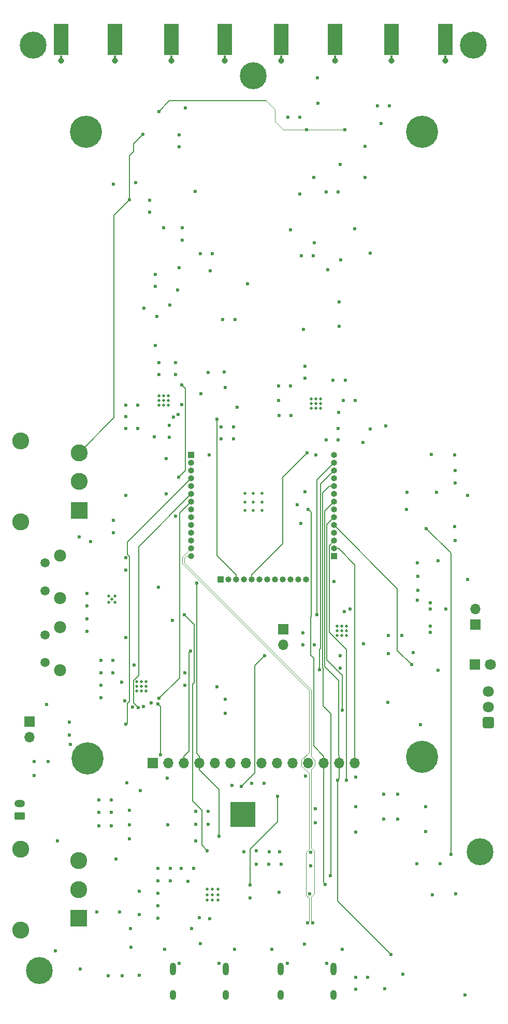
<source format=gbr>
%TF.GenerationSoftware,KiCad,Pcbnew,8.0.7*%
%TF.CreationDate,2025-02-17T14:25:55+00:00*%
%TF.ProjectId,PCB V3.1,50434220-5633-42e3-912e-6b696361645f,rev?*%
%TF.SameCoordinates,Original*%
%TF.FileFunction,Copper,L4,Bot*%
%TF.FilePolarity,Positive*%
%FSLAX46Y46*%
G04 Gerber Fmt 4.6, Leading zero omitted, Abs format (unit mm)*
G04 Created by KiCad (PCBNEW 8.0.7) date 2025-02-17 14:25:55*
%MOMM*%
%LPD*%
G01*
G04 APERTURE LIST*
G04 Aperture macros list*
%AMRoundRect*
0 Rectangle with rounded corners*
0 $1 Rounding radius*
0 $2 $3 $4 $5 $6 $7 $8 $9 X,Y pos of 4 corners*
0 Add a 4 corners polygon primitive as box body*
4,1,4,$2,$3,$4,$5,$6,$7,$8,$9,$2,$3,0*
0 Add four circle primitives for the rounded corners*
1,1,$1+$1,$2,$3*
1,1,$1+$1,$4,$5*
1,1,$1+$1,$6,$7*
1,1,$1+$1,$8,$9*
0 Add four rect primitives between the rounded corners*
20,1,$1+$1,$2,$3,$4,$5,0*
20,1,$1+$1,$4,$5,$6,$7,0*
20,1,$1+$1,$6,$7,$8,$9,0*
20,1,$1+$1,$8,$9,$2,$3,0*%
G04 Aperture macros list end*
%TA.AperFunction,ComponentPad*%
%ADD10C,0.700000*%
%TD*%
%TA.AperFunction,ComponentPad*%
%ADD11C,4.400000*%
%TD*%
%TA.AperFunction,ComponentPad*%
%ADD12C,0.500000*%
%TD*%
%TA.AperFunction,ComponentPad*%
%ADD13C,1.515000*%
%TD*%
%TA.AperFunction,ComponentPad*%
%ADD14C,1.980000*%
%TD*%
%TA.AperFunction,ComponentPad*%
%ADD15R,1.000000X1.000000*%
%TD*%
%TA.AperFunction,ComponentPad*%
%ADD16O,1.000000X1.000000*%
%TD*%
%TA.AperFunction,ComponentPad*%
%ADD17RoundRect,0.250200X0.649800X-0.649800X0.649800X0.649800X-0.649800X0.649800X-0.649800X-0.649800X0*%
%TD*%
%TA.AperFunction,ComponentPad*%
%ADD18C,1.800000*%
%TD*%
%TA.AperFunction,ComponentPad*%
%ADD19O,1.000000X2.100000*%
%TD*%
%TA.AperFunction,ComponentPad*%
%ADD20O,1.000000X1.600000*%
%TD*%
%TA.AperFunction,ComponentPad*%
%ADD21R,1.700000X1.700000*%
%TD*%
%TA.AperFunction,ComponentPad*%
%ADD22O,1.700000X1.700000*%
%TD*%
%TA.AperFunction,ComponentPad*%
%ADD23C,0.800000*%
%TD*%
%TA.AperFunction,ComponentPad*%
%ADD24C,5.250000*%
%TD*%
%TA.AperFunction,HeatsinkPad*%
%ADD25R,4.100000X4.100000*%
%TD*%
%TA.AperFunction,SMDPad,CuDef*%
%ADD26R,2.420000X5.080000*%
%TD*%
%TA.AperFunction,SMDPad,CuDef*%
%ADD27R,0.460000X0.950000*%
%TD*%
%TA.AperFunction,ComponentPad*%
%ADD28C,0.970000*%
%TD*%
%TA.AperFunction,ComponentPad*%
%ADD29R,1.800000X1.800000*%
%TD*%
%TA.AperFunction,ComponentPad*%
%ADD30RoundRect,0.250000X0.625000X-0.350000X0.625000X0.350000X-0.625000X0.350000X-0.625000X-0.350000X0*%
%TD*%
%TA.AperFunction,ComponentPad*%
%ADD31O,1.750000X1.200000*%
%TD*%
%TA.AperFunction,ComponentPad*%
%ADD32R,2.775000X2.775000*%
%TD*%
%TA.AperFunction,ComponentPad*%
%ADD33C,2.775000*%
%TD*%
%TA.AperFunction,ViaPad*%
%ADD34C,0.600000*%
%TD*%
%TA.AperFunction,Conductor*%
%ADD35C,0.150000*%
%TD*%
%TA.AperFunction,Conductor*%
%ADD36C,0.101600*%
%TD*%
G04 APERTURE END LIST*
D10*
%TO.P,H1,1,1*%
%TO.N,GND*%
X66473500Y-178487200D03*
X66956774Y-177320474D03*
X66956774Y-179653926D03*
X68123500Y-176837200D03*
D11*
X68123500Y-178487200D03*
D10*
X68123500Y-180137200D03*
X69290226Y-177320474D03*
X69290226Y-179653926D03*
X69773500Y-178487200D03*
%TD*%
D12*
%TO.P,IC4,21,THERMAL_PAD*%
%TO.N,GND*%
X116834500Y-122312200D03*
X116834500Y-123074200D03*
X116834500Y-123836200D03*
X117596500Y-122312200D03*
X117596500Y-123074200D03*
X117596500Y-123836200D03*
X118358500Y-122312200D03*
X118358500Y-123074200D03*
X118358500Y-123836200D03*
%TD*%
%TO.P,IC6,21,GND_3(EPAD)*%
%TO.N,GND*%
X112643500Y-86752200D03*
X113405500Y-86752200D03*
X114167500Y-86752200D03*
X112643500Y-85990200D03*
X113405500Y-85990200D03*
X114167500Y-85990200D03*
X112643500Y-85228200D03*
X113405500Y-85228200D03*
X114167500Y-85228200D03*
%TD*%
D13*
%TO.P,RESET1,1,COM*%
%TO.N,/EN{slash}RESET*%
X69082500Y-111986200D03*
%TO.P,RESET1,2,NO*%
%TO.N,GND*%
X69082500Y-116486200D03*
D14*
%TO.P,RESET1,MH1,MH1*%
X71572500Y-110731200D03*
%TO.P,RESET1,MH2,MH2*%
X71572500Y-117741200D03*
%TD*%
D15*
%TO.P,J10,1,Pin_1*%
%TO.N,/IO0*%
X116326500Y-110882200D03*
D16*
%TO.P,J10,2,Pin_2*%
%TO.N,/GPIO35_SCREEN_T_IRQ*%
X116326500Y-109612200D03*
%TO.P,J10,3,Pin_3*%
%TO.N,/GPIO36_SCREEN_T_CS*%
X116326500Y-108342200D03*
%TO.P,J10,4,Pin_4*%
%TO.N,/GPIO37_IR_RECEIVER*%
X116326500Y-107072200D03*
%TO.P,J10,5,Pin_5*%
%TO.N,/GPIO38_IR_LED*%
X116326500Y-105802200D03*
%TO.P,J10,6,Pin_6*%
%TO.N,/GPIO39_HSPI_SCK*%
X116326500Y-104532200D03*
%TO.P,J10,7,Pin_7*%
%TO.N,/GPIO40_HSPI_MOSI*%
X116326500Y-103262200D03*
%TO.P,J10,8,Pin_8*%
%TO.N,/GPIO41_HSPI_MISO*%
X116326500Y-101992200D03*
%TO.P,J10,9,Pin_9*%
%TO.N,/GPIO42_SD_CARD_CS*%
X116326500Y-100722200D03*
%TO.P,J10,10,Pin_10*%
%TO.N,/RX*%
X116326500Y-99452200D03*
%TO.P,J10,11,Pin_11*%
%TO.N,/TX*%
X116326500Y-98182200D03*
%TO.P,J10,12,Pin_12*%
%TO.N,/GPIO2_SCREEN_D{slash}C*%
X116326500Y-96912200D03*
%TO.P,J10,13,Pin_13*%
%TO.N,/GPIO1_SCREEN_CS*%
X116326500Y-95642200D03*
%TO.P,J10,14,Pin_14*%
%TO.N,GND*%
X116326500Y-94372200D03*
%TD*%
D17*
%TO.P,U5,1,OUT*%
%TO.N,/GPIO37_IR_RECEIVER*%
X141598500Y-138060200D03*
D18*
%TO.P,U5,2,GND*%
%TO.N,GND*%
X141598500Y-135520200D03*
%TO.P,U5,3,Vs*%
%TO.N,+3V3*%
X141598500Y-132980200D03*
%TD*%
D12*
%TO.P,U6,25,GND*%
%TO.N,GND*%
X95562500Y-165206200D03*
X95562500Y-166095200D03*
X95562500Y-166984200D03*
X96451500Y-165206200D03*
X96451500Y-166095200D03*
X96451500Y-166984200D03*
X97340500Y-165206200D03*
X97340500Y-166095200D03*
X97340500Y-166984200D03*
%TD*%
D19*
%TO.P,USB_OTG1,S1,SHIELD*%
%TO.N,GND*%
X107623500Y-178257200D03*
D20*
X107623500Y-182437200D03*
D19*
X116263500Y-178257200D03*
D20*
X116263500Y-182437200D03*
%TD*%
D19*
%TO.P,USB_UART1,S1,SHIELD*%
%TO.N,GND*%
X89983500Y-178257200D03*
D20*
X89983500Y-182437200D03*
D19*
X98623500Y-178257200D03*
D20*
X98623500Y-182437200D03*
%TD*%
D21*
%TO.P,SCREEN1,1,VCC*%
%TO.N,+3V3*%
X86742400Y-144619700D03*
D22*
%TO.P,SCREEN1,2,GND*%
%TO.N,GND*%
X89282400Y-144619700D03*
%TO.P,SCREEN1,3,CS*%
%TO.N,/GPIO1_SCREEN_CS*%
X91822400Y-144619700D03*
%TO.P,SCREEN1,4,RESET*%
%TO.N,/EN{slash}RESET*%
X94362400Y-144619700D03*
%TO.P,SCREEN1,5,DC/RS*%
%TO.N,/GPIO2_SCREEN_D{slash}C*%
X96902400Y-144619700D03*
%TO.P,SCREEN1,6,SDI(MOSI)*%
%TO.N,/GPIO40_HSPI_MOSI*%
X99442400Y-144619700D03*
%TO.P,SCREEN1,7,SCK*%
%TO.N,/GPIO39_HSPI_SCK*%
X101982400Y-144619700D03*
%TO.P,SCREEN1,8,LED*%
%TO.N,+3V3*%
X104522400Y-144619700D03*
%TO.P,SCREEN1,9,SDO(MISO)*%
%TO.N,unconnected-(SCREEN1-SDO(MISO)-Pad9)*%
X107062400Y-144619700D03*
%TO.P,SCREEN1,10,T_CLK*%
%TO.N,/GPIO39_HSPI_SCK*%
X109602400Y-144619700D03*
%TO.P,SCREEN1,11,T_CS*%
%TO.N,/GPIO36_SCREEN_T_CS*%
X112142400Y-144619700D03*
%TO.P,SCREEN1,12,T_DIN*%
%TO.N,/GPIO40_HSPI_MOSI*%
X114682400Y-144619700D03*
%TO.P,SCREEN1,13,T_DO*%
%TO.N,/GPIO41_HSPI_MISO*%
X117222400Y-144619700D03*
%TO.P,SCREEN1,14,T_IRQ*%
%TO.N,/GPIO35_SCREEN_T_IRQ*%
X119762400Y-144619700D03*
D23*
%TO.P,SCREEN1,15,MH*%
%TO.N,GND*%
X73652400Y-41579700D03*
X73906400Y-143873700D03*
X74414400Y-39882644D03*
X74414400Y-43276756D03*
X74668400Y-142176644D03*
X74668400Y-145570756D03*
X75802400Y-39499700D03*
D24*
X75802400Y-41579700D03*
D23*
X75802400Y-43817700D03*
X76056400Y-141793700D03*
D24*
X76056400Y-143873700D03*
D23*
X76056400Y-146111700D03*
X77208400Y-39882644D03*
X77208400Y-43276756D03*
X77462400Y-142176644D03*
X77462400Y-145570756D03*
X77970400Y-41579700D03*
X78224400Y-143873700D03*
X128552400Y-41579700D03*
X128552400Y-143619700D03*
X129314400Y-39882644D03*
X129314400Y-43276756D03*
X129314400Y-141922644D03*
X129314400Y-145316756D03*
X130702400Y-39499700D03*
D24*
X130702400Y-41579700D03*
D23*
X130702400Y-43817700D03*
X130702400Y-141539700D03*
D24*
X130702400Y-143619700D03*
D23*
X130702400Y-145857700D03*
X132108400Y-39882644D03*
X132108400Y-43276756D03*
X132108400Y-141922644D03*
X132108400Y-145316756D03*
X132870400Y-41579700D03*
X132870400Y-143619700D03*
%TD*%
D10*
%TO.P,H3,1,1*%
%TO.N,GND*%
X65473500Y-27487200D03*
X65956774Y-26320474D03*
X65956774Y-28653926D03*
X67123500Y-25837200D03*
D11*
X67123500Y-27487200D03*
D10*
X67123500Y-29137200D03*
X68290226Y-26320474D03*
X68290226Y-28653926D03*
X68773500Y-27487200D03*
%TD*%
D12*
%TO.P,IC3,41,EPAD*%
%TO.N,GND*%
X99632500Y-154824200D03*
X100832500Y-154824200D03*
X102032500Y-154824200D03*
X103232500Y-154824200D03*
X100670500Y-153786200D03*
X102194500Y-153786200D03*
X99632500Y-153624200D03*
X103232500Y-153624200D03*
X101432500Y-153024200D03*
D25*
X101432500Y-153024200D03*
D12*
X99632500Y-152424200D03*
X103232500Y-152424200D03*
X100670500Y-152262200D03*
X102194500Y-152262200D03*
X99632500Y-151224200D03*
X100832500Y-151224200D03*
X102032500Y-151224200D03*
X103232500Y-151224200D03*
%TD*%
D26*
%TO.P,AE7,2*%
%TO.N,N/C*%
X98503500Y-26557200D03*
X89743500Y-26557200D03*
D27*
X98503500Y-29547200D03*
X89743500Y-29547200D03*
D28*
X98503500Y-29997200D03*
X89743500Y-29997200D03*
%TD*%
D29*
%TO.P,D4,1,K*%
%TO.N,Net-(D4-K)*%
X139348500Y-128520200D03*
D18*
%TO.P,D4,2,A*%
%TO.N,+3V3*%
X141888500Y-128520200D03*
%TD*%
D10*
%TO.P,H2,1,1*%
%TO.N,GND*%
X138552500Y-159142200D03*
X139035774Y-157975474D03*
X139035774Y-160308926D03*
X140202500Y-157492200D03*
D11*
X140202500Y-159142200D03*
D10*
X140202500Y-160792200D03*
X141369226Y-157975474D03*
X141369226Y-160308926D03*
X141852500Y-159142200D03*
%TD*%
D30*
%TO.P,JSTPH1,1,Pin_1*%
%TO.N,GND*%
X64987000Y-153273000D03*
D31*
%TO.P,JSTPH1,2,Pin_2*%
%TO.N,+V_BAT*%
X64987000Y-151273000D03*
%TD*%
D21*
%TO.P,J1,1,Pin_1*%
%TO.N,Net-(D1-K)*%
X66542500Y-137826200D03*
D22*
%TO.P,J1,2,Pin_2*%
%TO.N,Net-(D1-A)*%
X66542500Y-140366200D03*
%TD*%
D12*
%TO.P,U10,21,GND*%
%TO.N,GND*%
X84100500Y-132885700D03*
X84862500Y-132885700D03*
X85624500Y-132885700D03*
X84100500Y-132123700D03*
X84862500Y-132123700D03*
X85624500Y-132123700D03*
X84100500Y-131361700D03*
X84862500Y-131361700D03*
X85624500Y-131361700D03*
%TD*%
D26*
%TO.P,AE1,2*%
%TO.N,N/C*%
X80503500Y-26557200D03*
X71743500Y-26557200D03*
D27*
X80503500Y-29547200D03*
X71743500Y-29547200D03*
D28*
X80503500Y-29997200D03*
X71743500Y-29997200D03*
%TD*%
D13*
%TO.P,BOOT1,1,COM*%
%TO.N,/IO0*%
X69082500Y-123741200D03*
%TO.P,BOOT1,2,NO*%
%TO.N,GND*%
X69082500Y-128241200D03*
D14*
%TO.P,BOOT1,MH1,MH1*%
X71572500Y-122486200D03*
%TO.P,BOOT1,MH2,MH2*%
X71572500Y-129496200D03*
%TD*%
D26*
%TO.P,AE3,2*%
%TO.N,N/C*%
X134503500Y-26557200D03*
X125743500Y-26557200D03*
D27*
X134503500Y-29547200D03*
X125743500Y-29547200D03*
D28*
X134503500Y-29997200D03*
X125743500Y-29997200D03*
%TD*%
D10*
%TO.P,H5,1,1*%
%TO.N,GND*%
X101473500Y-32487200D03*
X101956774Y-31320474D03*
X101956774Y-33653926D03*
X103123500Y-30837200D03*
D11*
X103123500Y-32487200D03*
D10*
X103123500Y-34137200D03*
X104290226Y-31320474D03*
X104290226Y-33653926D03*
X104773500Y-32487200D03*
%TD*%
D32*
%TO.P,ANT_SW1,1,NC*%
%TO.N,unconnected-(ANT_SW1-NC-Pad1)*%
X74653500Y-103392200D03*
D33*
%TO.P,ANT_SW1,2,IN*%
%TO.N,+3V3*%
X74653500Y-98692200D03*
%TO.P,ANT_SW1,3,OUT*%
%TO.N,/ANT_SWITCH_OUT*%
X74653500Y-93992200D03*
%TO.P,ANT_SW1,MH1,MH1*%
%TO.N,GND*%
X65123500Y-105297200D03*
%TO.P,ANT_SW1,MH2,MH2*%
X65123500Y-92087200D03*
%TD*%
D10*
%TO.P,H4,1,1*%
%TO.N,GND*%
X137473500Y-27487200D03*
X137956774Y-26320474D03*
X137956774Y-28653926D03*
X139123500Y-25837200D03*
D11*
X139123500Y-27487200D03*
D10*
X139123500Y-29137200D03*
X140290226Y-26320474D03*
X140290226Y-28653926D03*
X140773500Y-27487200D03*
%TD*%
D21*
%TO.P,J2,1,Pin_1*%
%TO.N,/C2+*%
X108077000Y-122804000D03*
D22*
%TO.P,J2,2,Pin_2*%
%TO.N,/C2-*%
X108077000Y-125344000D03*
%TD*%
D21*
%TO.P,J6,1,Pin_1*%
%TO.N,Net-(IC5-COM)*%
X139440500Y-122063200D03*
D22*
%TO.P,J6,2,Pin_2*%
%TO.N,Net-(IC7-COM)*%
X139440500Y-119523200D03*
%TD*%
D15*
%TO.P,J8,1,Pin_1*%
%TO.N,GND*%
X92958500Y-94372200D03*
D16*
%TO.P,J8,2,Pin_2*%
%TO.N,+3V3*%
X92958500Y-95642200D03*
%TO.P,J8,3,Pin_3*%
%TO.N,/EN{slash}RESET*%
X92958500Y-96912200D03*
%TO.P,J8,4,Pin_4*%
%TO.N,/GPIO4_ADC1_3_BAT\u0025*%
X92958500Y-98182200D03*
%TO.P,J8,5,Pin_5*%
%TO.N,/GPIO5_NRF24_CE*%
X92958500Y-99452200D03*
%TO.P,J8,6,Pin_6*%
%TO.N,/GPIO6_NRF24_CSN*%
X92958500Y-100722200D03*
%TO.P,J8,7,Pin_7*%
%TO.N,/GPIO7_NRF24_IRQ*%
X92958500Y-101992200D03*
%TO.P,J8,8,Pin_8*%
%TO.N,/GPIO15_VSPI_MISO*%
X92958500Y-103262200D03*
%TO.P,J8,9,Pin_9*%
%TO.N,/GPIO16_VSPI_MOSI*%
X92958500Y-104532200D03*
%TO.P,J8,10,Pin_10*%
%TO.N,/GPIO17_VSPI_SCK*%
X92958500Y-105802200D03*
%TO.P,J8,11,Pin_11*%
%TO.N,/GPIO18_VIBRO*%
X92958500Y-107072200D03*
%TO.P,J8,12,Pin_12*%
%TO.N,/GPIO8_CC1101A_CS*%
X92958500Y-108342200D03*
%TO.P,J8,13,Pin_13*%
%TO.N,/D-*%
X92958500Y-109612200D03*
%TO.P,J8,14,Pin_14*%
%TO.N,/D+*%
X92958500Y-110882200D03*
%TD*%
D12*
%TO.P,IC2,21,GND_3(EPAD)*%
%TO.N,GND*%
X89275500Y-86244200D03*
X89275500Y-85482200D03*
X89275500Y-84720200D03*
X88513500Y-86244200D03*
X88513500Y-85482200D03*
X88513500Y-84720200D03*
X87751500Y-86244200D03*
X87751500Y-85482200D03*
X87751500Y-84720200D03*
%TD*%
%TO.P,U12,17,GND*%
%TO.N,GND*%
X79508500Y-118426000D03*
X80524500Y-118426000D03*
X80016500Y-117918000D03*
X79508500Y-117410000D03*
X80524500Y-117410000D03*
%TD*%
%TO.P,U9,41,GND*%
%TO.N,GND*%
X103147500Y-102035200D03*
%TO.P,U9,42,GND*%
X101747500Y-100635200D03*
%TO.P,U9,43,GND*%
X101747500Y-102035200D03*
%TO.P,U9,44,GND*%
X101747500Y-103435200D03*
%TO.P,U9,45,GND*%
X103147500Y-103435200D03*
%TO.P,U9,46,GND*%
X104547500Y-103435200D03*
%TO.P,U9,47,GND*%
X104547500Y-102035200D03*
%TO.P,U9,48,GND*%
X104547500Y-100635200D03*
%TO.P,U9,49,GND*%
X103147500Y-100635200D03*
%TD*%
D32*
%TO.P,PWR_SW1,1,NC*%
%TO.N,unconnected-(PWR_SW1-NC-Pad1)*%
X74623500Y-169987200D03*
D33*
%TO.P,PWR_SW1,2,IN*%
%TO.N,+V_BAT*%
X74623500Y-165287200D03*
%TO.P,PWR_SW1,3,OUT*%
%TO.N,Net-(PWR_SW1-OUT)*%
X74623500Y-160587200D03*
%TO.P,PWR_SW1,MH1,MH1*%
%TO.N,GND*%
X65093500Y-171892200D03*
%TO.P,PWR_SW1,MH2,MH2*%
X65093500Y-158682200D03*
%TD*%
D15*
%TO.P,J9,1,Pin_1*%
%TO.N,/GPIO3_CC1101B_CS*%
X97784500Y-114692200D03*
D16*
%TO.P,J9,2,Pin_2*%
%TO.N,/ESP32_PIN16_DNC*%
X99054500Y-114692200D03*
%TO.P,J9,3,Pin_3*%
%TO.N,/GPIO9_CC1101A_GD0*%
X100324500Y-114692200D03*
%TO.P,J9,4,Pin_4*%
%TO.N,/GPIO10_CC1101A_CTRL*%
X101594500Y-114692200D03*
%TO.P,J9,5,Pin_5*%
%TO.N,/GPIO11_CC1101B_GD0*%
X102864500Y-114692200D03*
%TO.P,J9,6,Pin_6*%
%TO.N,/GPIO12_CC1101B_CTRL*%
X104134500Y-114692200D03*
%TO.P,J9,7,Pin_7*%
%TO.N,/GPIO13_RDM630_CTRL*%
X105404500Y-114692200D03*
%TO.P,J9,8,Pin_8*%
%TO.N,/GPIO14_RDM630_TX*%
X106674500Y-114692200D03*
%TO.P,J9,9,Pin_9*%
%TO.N,/GPIO21_RDM630_RX*%
X107944500Y-114692200D03*
%TO.P,J9,10,Pin_10*%
%TO.N,/GPIO47_RDM630_EMULATION*%
X109214500Y-114692200D03*
%TO.P,J9,11,Pin_11*%
%TO.N,/GPIO48_PN532_CS*%
X110484500Y-114692200D03*
%TO.P,J9,12,Pin_12*%
%TO.N,/ESP32_PIN26_DNC*%
X111754500Y-114692200D03*
%TD*%
D26*
%TO.P,AE5,2*%
%TO.N,N/C*%
X116503500Y-26557200D03*
X107743500Y-26557200D03*
D27*
X116503500Y-29547200D03*
X107743500Y-29547200D03*
D28*
X116503500Y-29997200D03*
X107743500Y-29997200D03*
%TD*%
D34*
%TO.N,GND*%
X79941500Y-154897500D03*
X121047500Y-92340200D03*
X91974000Y-129932500D03*
X87761500Y-79261500D03*
X78215000Y-133996500D03*
X69606500Y-144410500D03*
X117707500Y-175017500D03*
X108794000Y-39243000D03*
X112531500Y-161389500D03*
X105647500Y-161135500D03*
X87116500Y-76508200D03*
X83697500Y-128623500D03*
X107401500Y-87895200D03*
X74654500Y-107707500D03*
X136138500Y-96912500D03*
X137773500Y-182466000D03*
X128223500Y-103262500D03*
X80237000Y-107072500D03*
X113665000Y-32766000D03*
X82173500Y-134465500D03*
X113030000Y-49034500D03*
X100054500Y-175017500D03*
X113751000Y-36957000D03*
X81719500Y-179324500D03*
X90805000Y-67437000D03*
X87540000Y-169905500D03*
X87540000Y-161777500D03*
X133344500Y-111605500D03*
X73105500Y-140092500D03*
X86233000Y-54696000D03*
X86989500Y-91412500D03*
X131312500Y-151728500D03*
X87540000Y-163809500D03*
X78215000Y-129932500D03*
X104917500Y-147966500D03*
X82341500Y-90015500D03*
X124835500Y-89567700D03*
X119882500Y-151781500D03*
X107389500Y-165707500D03*
X124454500Y-153786500D03*
X82312000Y-100976500D03*
X84513500Y-165565500D03*
X122301000Y-61362500D03*
X124454500Y-149749500D03*
X85233000Y-70369200D03*
X83947000Y-49911000D03*
X75940500Y-123095500D03*
X77909500Y-154897500D03*
X84513500Y-179287500D03*
X113157000Y-59711500D03*
X97921500Y-89802500D03*
X116326500Y-115032500D03*
X83189500Y-174724500D03*
X124079000Y-40259000D03*
X133731000Y-161039000D03*
X119761000Y-57425500D03*
X136101500Y-94372200D03*
X129921000Y-161039000D03*
X94492500Y-174089500D03*
X111246500Y-125319200D03*
X125435000Y-37338000D03*
X89402500Y-91498500D03*
X126740500Y-149749500D03*
X90418500Y-79261500D03*
X84513500Y-169375500D03*
X129301500Y-126630500D03*
X98419500Y-80783200D03*
X95805500Y-80917200D03*
X117053000Y-51435000D03*
X87116500Y-64910500D03*
X98578000Y-134250500D03*
X113397500Y-94315200D03*
X82887500Y-152365500D03*
X91053500Y-177342500D03*
X113157000Y-125319200D03*
X89085500Y-147045500D03*
X73055500Y-137903500D03*
X103641500Y-161135500D03*
X138175500Y-114692500D03*
X111039000Y-61849000D03*
X97553500Y-177342500D03*
X119882500Y-146955500D03*
X82312000Y-113168500D03*
X93615000Y-51319200D03*
X118159500Y-82180200D03*
X81665500Y-131417500D03*
X119882500Y-179630500D03*
X124623500Y-181466000D03*
X127613500Y-179066000D03*
X87608500Y-115962500D03*
X128285500Y-100468500D03*
X107274500Y-83069200D03*
X115193500Y-177342500D03*
X111627500Y-79896500D03*
X92075000Y-37719000D03*
X82306500Y-124111500D03*
X117006500Y-90015500D03*
X122274500Y-90068200D03*
X132044500Y-123262500D03*
X91552500Y-57288200D03*
X88513500Y-57288200D03*
X88904500Y-100659500D03*
X131312500Y-155808500D03*
X87540000Y-165841500D03*
X117475000Y-62484000D03*
X108693500Y-177342500D03*
X84646000Y-149077500D03*
X138163500Y-100976500D03*
X130026500Y-116470500D03*
X67304500Y-144410500D03*
X102196000Y-66394500D03*
X136113500Y-98944500D03*
X106198500Y-175017500D03*
X87376000Y-71755000D03*
X82481500Y-147807500D03*
X70776000Y-175239500D03*
X82341500Y-86205500D03*
X130448500Y-138328500D03*
X78252500Y-131964500D03*
X111510500Y-174216500D03*
X71114500Y-157364500D03*
X75940500Y-116956500D03*
X133090500Y-100468500D03*
X109220000Y-57552500D03*
X121421000Y-49013000D03*
X91974000Y-131964500D03*
X87540000Y-167873500D03*
X107249500Y-85482200D03*
X74861500Y-178221500D03*
X95752500Y-152516500D03*
X115316000Y-64135000D03*
X93720500Y-157364500D03*
X98546500Y-83323200D03*
X117047500Y-91920500D03*
X80237000Y-105040500D03*
X82341500Y-88110500D03*
X133344500Y-129462500D03*
X132044500Y-119452500D03*
X103641500Y-158976500D03*
X91059000Y-63754000D03*
X136079500Y-106056500D03*
X117215500Y-73311700D03*
X94578500Y-84339200D03*
X132245500Y-94245200D03*
X110766500Y-51793500D03*
X96100000Y-64319500D03*
X121882500Y-179630500D03*
X82312000Y-111136500D03*
X121433000Y-43933000D03*
X117215500Y-69374700D03*
X127405500Y-123770500D03*
X117358500Y-129170500D03*
X136138500Y-108342500D03*
X88656500Y-175017500D03*
X136271000Y-165989000D03*
X98578000Y-136536500D03*
X119810500Y-85482200D03*
X126740500Y-153786500D03*
X113288500Y-154404500D03*
X93720500Y-152516500D03*
X91540000Y-59320200D03*
X113309500Y-152118500D03*
X98132000Y-72258000D03*
X117348000Y-46959500D03*
X96438000Y-61468000D03*
X125148500Y-134758500D03*
X91059000Y-44028000D03*
X111383500Y-73886500D03*
X100164000Y-72258000D03*
X99953500Y-89802500D03*
X77888000Y-152633500D03*
X119882500Y-155861500D03*
X89535000Y-69850000D03*
X130010500Y-111952500D03*
X77888000Y-150601500D03*
X134644500Y-119452500D03*
X95897500Y-94315200D03*
X80264000Y-50165000D03*
X112531500Y-159230500D03*
X79433500Y-179324500D03*
X78215000Y-127900500D03*
%TO.N,+3V3*%
X87761500Y-81211500D03*
X84291500Y-86205500D03*
X90418500Y-81211500D03*
X94488000Y-61468000D03*
X115097500Y-91920500D03*
X132044500Y-122312500D03*
X115103000Y-51435000D03*
X102843500Y-147966500D03*
X121162500Y-125194500D03*
X110744000Y-39243000D03*
X79900500Y-150601500D03*
X93720500Y-154591500D03*
X86233000Y-52746000D03*
X80227500Y-127900500D03*
X117358500Y-127138500D03*
X119882500Y-181580500D03*
X88904500Y-94896200D03*
X67304500Y-146696500D03*
X107721500Y-161135500D03*
X111627500Y-81846500D03*
X80227500Y-129932500D03*
X84291500Y-90015500D03*
X111246500Y-123369200D03*
X82887500Y-154665500D03*
X87116500Y-66860500D03*
X75940500Y-121083500D03*
X95752500Y-154591500D03*
X109351500Y-87895200D03*
X109224500Y-83069200D03*
X79900500Y-152633500D03*
X89187500Y-154665500D03*
X91059000Y-42078000D03*
X107430500Y-159103500D03*
X69311500Y-135028500D03*
X97921500Y-91752500D03*
X117860500Y-85482200D03*
X116209500Y-82180200D03*
X123485000Y-37338000D03*
X112344500Y-165961500D03*
X99953500Y-91752500D03*
X112989000Y-61849000D03*
X75940500Y-118969500D03*
X132044500Y-118502500D03*
X89402500Y-89548500D03*
%TO.N,+5V*%
X130026500Y-114184500D03*
X80690800Y-160253500D03*
X82887500Y-156965500D03*
X83062500Y-171676500D03*
X125216500Y-126796500D03*
X93095500Y-171676500D03*
%TO.N,+3.3VA*%
X89552500Y-161777500D03*
X91387500Y-161777500D03*
X89552500Y-163809500D03*
%TO.N,/IO0*%
X91902200Y-120405700D03*
X95616600Y-158900500D03*
%TO.N,/EN{slash}RESET*%
X93928000Y-115249100D03*
X97533400Y-156560000D03*
%TO.N,/GPIO48_PN532_CS*%
X101223500Y-148435500D03*
X105033500Y-127099500D03*
%TO.N,/GPIO40_HSPI_MOSI*%
X87559200Y-134981900D03*
X112125400Y-103231600D03*
X114913200Y-164419500D03*
X90128200Y-88151700D03*
X88012400Y-143282200D03*
X132461000Y-166116000D03*
%TO.N,/GPIO41_HSPI_MISO*%
X125656800Y-175841200D03*
X91446500Y-86104000D03*
X99699500Y-148232700D03*
X116944300Y-147389800D03*
X86414500Y-134773500D03*
%TO.N,/GPIO39_HSPI_SCK*%
X85161200Y-135416000D03*
X90886200Y-87764900D03*
X117663700Y-135983000D03*
%TO.N,/GPIO8_CC1101A_CS*%
X90428500Y-104366500D03*
X90936500Y-98016500D03*
X91444500Y-82903500D03*
%TO.N,/GPIO17_VSPI_SCK*%
X110933800Y-105479700D03*
%TO.N,/GPIO15_VSPI_MISO*%
X111562700Y-100345300D03*
%TO.N,/GPIO16_VSPI_MOSI*%
X110292000Y-102494500D03*
%TO.N,/GPIO3_CC1101B_CS*%
X100498100Y-86529100D03*
X117091800Y-87355700D03*
%TO.N,/GPIO21_RDM630_RX*%
X118922500Y-119455700D03*
%TO.N,/GPIO14_RDM630_TX*%
X118061000Y-119874000D03*
%TO.N,/GPIO13_RDM630_CTRL*%
X129965300Y-118042100D03*
%TO.N,/GPIO18_VIBRO*%
X76568500Y-108464900D03*
%TO.N,/GPIO4_ADC1_3_BAT\u0025*%
X73239300Y-141605000D03*
X82338900Y-138316900D03*
%TO.N,/GPIO5_NRF24_CE*%
X89920500Y-121384500D03*
X83443500Y-135481500D03*
%TO.N,/GPIO11_CC1101B_GD0*%
X111927500Y-94030800D03*
%TO.N,/GPIO6_NRF24_CSN*%
X84332500Y-135541500D03*
%TO.N,/GPIO9_CC1101A_GD0*%
X97196900Y-88478000D03*
%TO.N,/GPIO7_NRF24_IRQ*%
X87754600Y-134078300D03*
%TO.N,/GPIO1_SCREEN_CS*%
X113538000Y-120399000D03*
X92904900Y-126376100D03*
%TO.N,/GPIO47_RDM630_EMULATION*%
X125213900Y-123821300D03*
%TO.N,/GPIO42_SD_CARD_CS*%
X135467400Y-159512000D03*
X131435100Y-106322700D03*
%TO.N,/GPIO36_SCREEN_T_CS*%
X111713000Y-146745000D03*
X118340000Y-147443300D03*
%TO.N,/GPIO2_SCREEN_D{slash}C*%
X113973300Y-129363400D03*
X97196900Y-132189000D03*
%TO.N,/GPIO38_IR_LED*%
X128997100Y-128559800D03*
%TO.N,Net-(U6-~{RST})*%
X93387500Y-161777500D03*
X96016500Y-170025500D03*
%TO.N,/RX*%
X102614500Y-166684500D03*
X115767300Y-163000100D03*
%TO.N,/TX*%
X102604500Y-164564500D03*
X107097500Y-150025900D03*
%TO.N,Net-(U6-D-)*%
X94365500Y-169898500D03*
X92460500Y-163929500D03*
%TO.N,/D+*%
X112882500Y-170688500D03*
%TO.N,/D-*%
X112032500Y-170688500D03*
%TO.N,Net-(IC1-VIN)*%
X77583500Y-168889200D03*
%TO.N,Net-(IC3-TVDD)*%
X101567000Y-159103500D03*
X105795500Y-159103500D03*
%TO.N,Net-(IC1-SW)*%
X81283500Y-168889200D03*
%TO.N,/ANT_SWITCH_OUT*%
X82935500Y-52649900D03*
X87693500Y-38290500D03*
X85090000Y-42037000D03*
X118110000Y-41275000D03*
X111887000Y-41275000D03*
%TD*%
D35*
%TO.N,/IO0*%
X95616600Y-158900500D02*
X94763300Y-158047200D01*
X94763300Y-152340700D02*
X93229400Y-150806800D01*
X93481600Y-121985100D02*
X91902200Y-120405700D01*
X93229400Y-131723600D02*
X93481600Y-131471400D01*
X93229400Y-150806800D02*
X93229400Y-131723600D01*
X94763300Y-158047200D02*
X94763300Y-152340700D01*
X93481600Y-131471400D02*
X93481600Y-121985100D01*
%TO.N,/EN{slash}RESET*%
X94362400Y-145746400D02*
X97533400Y-148917400D01*
X94362400Y-145183000D02*
X94362400Y-145746400D01*
X97533400Y-148917400D02*
X97533400Y-156560000D01*
X93928000Y-143058600D02*
X93928000Y-115249100D01*
X94362400Y-144619700D02*
X94362400Y-143493000D01*
X94362400Y-143493000D02*
X93928000Y-143058600D01*
%TO.N,/GPIO48_PN532_CS*%
X101223500Y-148435500D02*
X103397400Y-146261600D01*
X103397400Y-128735600D02*
X105033500Y-127099500D01*
X103397400Y-146261600D02*
X103397400Y-128735600D01*
%TO.N,/GPIO40_HSPI_MOSI*%
X114913200Y-164419500D02*
X114682400Y-164188700D01*
X112125400Y-103231600D02*
X112585900Y-103692100D01*
X88012400Y-143282200D02*
X88012400Y-135435100D01*
X112585900Y-103692100D02*
X112585900Y-120736900D01*
X112585900Y-120736900D02*
X112524100Y-120798700D01*
X114682400Y-164188700D02*
X114682400Y-145183000D01*
X112524100Y-126981300D02*
X113045500Y-127502700D01*
X113045500Y-141856100D02*
X114682400Y-143493000D01*
X112524100Y-120798700D02*
X112524100Y-126981300D01*
X113045500Y-127502700D02*
X113045500Y-141856100D01*
X88012400Y-135435100D02*
X87559200Y-134981900D01*
X114682400Y-144619700D02*
X114682400Y-143493000D01*
%TO.N,/GPIO41_HSPI_MISO*%
X117222400Y-143493000D02*
X117087000Y-143357600D01*
X114835500Y-103483200D02*
X116326500Y-101992200D01*
X114832500Y-128909600D02*
X114832500Y-126249600D01*
X116944300Y-167119000D02*
X116944300Y-147389800D01*
X117222400Y-147111700D02*
X116944300Y-147389800D01*
X117087000Y-143357600D02*
X117087000Y-131164100D01*
X114832500Y-126249600D02*
X114835500Y-126246600D01*
X117087000Y-131164100D02*
X114832500Y-128909600D01*
X117222400Y-144619700D02*
X117222400Y-147111700D01*
X117222400Y-144619700D02*
X117222400Y-143493000D01*
X125656800Y-175841200D02*
X125656800Y-175831500D01*
X114835500Y-126246600D02*
X114835500Y-103483200D01*
X125656800Y-175831500D02*
X116944300Y-167119000D01*
%TO.N,/GPIO39_HSPI_SCK*%
X115187200Y-105671500D02*
X116326500Y-104532200D01*
X117663700Y-130291300D02*
X115187200Y-127814800D01*
X117663700Y-135983000D02*
X117663700Y-130291300D01*
X115187200Y-127814800D02*
X115187200Y-105671500D01*
%TO.N,/GPIO8_CC1101A_CS*%
X92079500Y-83538500D02*
X91444500Y-82903500D01*
X92079500Y-96873500D02*
X92079500Y-83538500D01*
X90936500Y-98016500D02*
X92079500Y-96873500D01*
%TO.N,/GPIO4_ADC1_3_BAT\u0025*%
X82554500Y-138101300D02*
X82338900Y-138316900D01*
X82887000Y-134565173D02*
X82554500Y-134897673D01*
X82554500Y-108586200D02*
X82554500Y-110565827D01*
X82554500Y-110565827D02*
X82887000Y-110898327D01*
X82554500Y-134897673D02*
X82554500Y-138101300D01*
X82887000Y-110898327D02*
X82887000Y-134565173D01*
X92958500Y-98182200D02*
X82554500Y-108586200D01*
%TO.N,/GPIO11_CC1101B_GD0*%
X107998400Y-108781600D02*
X107998400Y-97959900D01*
X107998400Y-97959900D02*
X111927500Y-94030800D01*
X102864500Y-113915500D02*
X107998400Y-108781600D01*
X102864500Y-114692200D02*
X102864500Y-113915500D01*
%TO.N,/GPIO6_NRF24_CSN*%
X84332500Y-135541500D02*
X83573800Y-134782800D01*
X84397800Y-109282900D02*
X92958500Y-100722200D01*
X83573800Y-131143500D02*
X84397700Y-130319600D01*
X84397700Y-130319600D02*
X84397800Y-130319600D01*
X84397800Y-130319600D02*
X84397800Y-109282900D01*
X83573800Y-134782800D02*
X83573800Y-131143500D01*
%TO.N,/GPIO9_CC1101A_GD0*%
X100324500Y-114692200D02*
X100324500Y-113915500D01*
X100324500Y-113915500D02*
X97196900Y-110787900D01*
X97196900Y-110787900D02*
X97196900Y-88478000D01*
%TO.N,/GPIO7_NRF24_IRQ*%
X91114000Y-130718900D02*
X91114000Y-103836700D01*
X87754600Y-134078300D02*
X91114000Y-130718900D01*
X91114000Y-103836700D02*
X92958500Y-101992200D01*
%TO.N,/GPIO1_SCREEN_CS*%
X91822400Y-144619700D02*
X91822400Y-143493000D01*
X92650100Y-142665300D02*
X91822400Y-143493000D01*
X92904900Y-126376100D02*
X92650100Y-126630900D01*
X113538000Y-98430700D02*
X116326500Y-95642200D01*
X113538000Y-120399000D02*
X113538000Y-98430700D01*
X92650100Y-126630900D02*
X92650100Y-142665300D01*
%TO.N,/GPIO35_SCREEN_T_IRQ*%
X117103200Y-109612200D02*
X119762400Y-112271400D01*
X116326500Y-109612200D02*
X117103200Y-109612200D01*
X119762400Y-112271400D02*
X119762400Y-144619700D01*
%TO.N,/GPIO42_SD_CARD_CS*%
X135467400Y-110355000D02*
X131435100Y-106322700D01*
X135467400Y-159512000D02*
X135467400Y-110355000D01*
%TO.N,/GPIO36_SCREEN_T_CS*%
X118340000Y-147443300D02*
X118349100Y-147434200D01*
X115538900Y-123285500D02*
X115538900Y-109129800D01*
X115538900Y-109129800D02*
X116326500Y-108342200D01*
X118349100Y-147434200D02*
X118349100Y-126095700D01*
X118349100Y-126095700D02*
X115538900Y-123285500D01*
%TO.N,/GPIO2_SCREEN_D{slash}C*%
X113973300Y-129363400D02*
X113973300Y-126114000D01*
X114130600Y-125956700D02*
X114130600Y-99108100D01*
X114130600Y-99108100D02*
X116326500Y-96912200D01*
X113973300Y-126114000D02*
X114130600Y-125956700D01*
%TO.N,/GPIO38_IR_LED*%
X116326500Y-105802200D02*
X126691000Y-116166700D01*
X126691000Y-116166700D02*
X126691000Y-126253700D01*
X126691000Y-126253700D02*
X128997100Y-128559800D01*
%TO.N,/RX*%
X114550000Y-135302700D02*
X114550000Y-129124500D01*
X114480800Y-129055300D02*
X114480800Y-126103900D01*
X115835600Y-162931800D02*
X115835600Y-136588300D01*
X116326500Y-99452200D02*
X115549800Y-99452200D01*
X115767300Y-163000100D02*
X115835600Y-162931800D01*
X114482300Y-126102400D02*
X114482300Y-100519700D01*
X115835600Y-136588300D02*
X114550000Y-135302700D01*
X114480800Y-126103900D02*
X114482300Y-126102400D01*
X114550000Y-129124500D02*
X114480800Y-129055300D01*
X114482300Y-100519700D02*
X115549800Y-99452200D01*
%TO.N,/TX*%
X102604500Y-164564500D02*
X102604500Y-158719500D01*
X107097500Y-154226500D02*
X107097500Y-150025900D01*
X102604500Y-158719500D02*
X107097500Y-154226500D01*
D36*
%TO.N,/D+*%
X112633500Y-145685500D02*
X113243500Y-145075500D01*
X113082500Y-159002500D02*
X112633500Y-158552500D01*
X112633500Y-132672500D02*
X91874300Y-111913500D01*
X112882500Y-170688500D02*
X112633500Y-170439500D01*
X112633500Y-143553500D02*
X112633500Y-132672500D01*
X113082500Y-166002500D02*
X113082500Y-159002500D01*
X91874300Y-111193500D02*
X92185700Y-110882500D01*
X112633500Y-170439500D02*
X112633500Y-166451500D01*
X112633500Y-158552500D02*
X112633500Y-145685500D01*
X113243500Y-144163500D02*
X112633500Y-143553500D01*
X112633500Y-166451500D02*
X113082500Y-166002500D01*
X113243500Y-145075500D02*
X113243500Y-144163500D01*
X91874300Y-111913500D02*
X91874300Y-111193500D01*
X92185700Y-110882500D02*
X92958200Y-110882500D01*
%TO.N,/D-*%
X111041500Y-144163500D02*
X112281500Y-142923500D01*
X112281500Y-166677500D02*
X111793500Y-166189500D01*
X112281500Y-158701500D02*
X112281500Y-146315500D01*
X112281500Y-142923500D02*
X112281500Y-132818500D01*
X111041500Y-145075500D02*
X111041500Y-144163500D01*
X112281500Y-146315500D02*
X111041500Y-145075500D01*
X111793500Y-159189500D02*
X112281500Y-158701500D01*
X112281500Y-170439500D02*
X112281500Y-166677500D01*
X91522700Y-112059500D02*
X91522700Y-111048500D01*
X112281500Y-132818500D02*
X91522700Y-112059500D01*
X111793500Y-166189500D02*
X111793500Y-159189500D01*
X91522700Y-111048500D02*
X92958500Y-109612500D01*
X112032500Y-170688500D02*
X112281500Y-170439500D01*
D35*
%TO.N,/ANT_SWITCH_OUT*%
X80395500Y-88250200D02*
X74653500Y-93992200D01*
D36*
X105283000Y-36548500D02*
X106680000Y-37945500D01*
X106680000Y-37945500D02*
X106680000Y-39878000D01*
D35*
X82935500Y-52649900D02*
X80395500Y-55189900D01*
D36*
X106680000Y-39878000D02*
X108077000Y-41275000D01*
D35*
X87693500Y-38290500D02*
X89435500Y-36548500D01*
X80395500Y-55189900D02*
X80395500Y-88250200D01*
D36*
X111887000Y-41275000D02*
X118110000Y-41275000D01*
D35*
X83557000Y-44840000D02*
X82935500Y-45461500D01*
X89435500Y-36548500D02*
X105283000Y-36548500D01*
X83557000Y-43570000D02*
X83557000Y-44840000D01*
X85090000Y-42037000D02*
X83557000Y-43570000D01*
X82935500Y-45461500D02*
X82935500Y-52649900D01*
D36*
X108077000Y-41275000D02*
X111887000Y-41275000D01*
%TD*%
M02*

</source>
